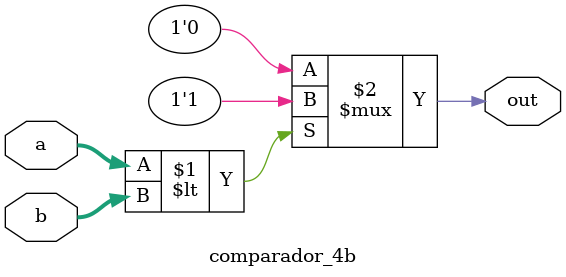
<source format=v>
module comparador_4b (
    input [3:0] a, b,
    output out
);
    assign out = (a < b) ? 1'b1 : 1'b0;
endmodule

</source>
